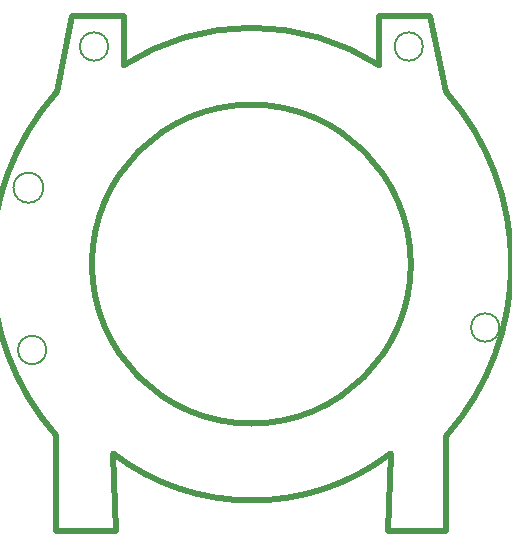
<source format=gbr>
%TF.GenerationSoftware,KiCad,Pcbnew,6.0.7-1.fc35*%
%TF.CreationDate,2022-11-04T20:07:34+01:00*%
%TF.ProjectId,Ring,52696e67-2e6b-4696-9361-645f70636258,rev?*%
%TF.SameCoordinates,Original*%
%TF.FileFunction,Profile,NP*%
%FSLAX46Y46*%
G04 Gerber Fmt 4.6, Leading zero omitted, Abs format (unit mm)*
G04 Created by KiCad (PCBNEW 6.0.7-1.fc35) date 2022-11-04 20:07:34*
%MOMM*%
%LPD*%
G01*
G04 APERTURE LIST*
%TA.AperFunction,Profile*%
%ADD10C,0.200000*%
%TD*%
%TA.AperFunction,Profile*%
%ADD11C,0.500000*%
%TD*%
G04 APERTURE END LIST*
D10*
X133529998Y-88631545D02*
G75*
G03*
X133529998Y-88631545I-1270000J0D01*
G01*
D11*
X151180000Y-115110000D02*
G75*
G03*
X162920000Y-111140000I39864J19225755D01*
G01*
X162920000Y-111140000D02*
X162700000Y-117700000D01*
X139660000Y-117700000D02*
X139440000Y-111140000D01*
X167643265Y-109646292D02*
G75*
G03*
X167643267Y-80553709I-16503265J14546292D01*
G01*
X139440000Y-111140000D02*
G75*
G03*
X151180000Y-115110000I11700140J15255770D01*
G01*
X161961066Y-78268344D02*
G75*
G03*
X151140000Y-75090000I-10821066J-16831656D01*
G01*
X164640000Y-95100000D02*
G75*
G03*
X164640000Y-95100000I-13500000J0D01*
G01*
X166290000Y-74090000D02*
X167643267Y-80553709D01*
D10*
X133780000Y-102370000D02*
G75*
G03*
X133780000Y-102370000I-1200000J0D01*
G01*
D11*
X167643266Y-109646293D02*
X167600000Y-117700000D01*
X140320000Y-74090000D02*
X140320000Y-78270000D01*
X140320000Y-74090000D02*
X135990000Y-74090000D01*
D10*
X172130000Y-100470000D02*
G75*
G03*
X172130000Y-100470000I-1200000J0D01*
G01*
D11*
X161960000Y-74090000D02*
X161960000Y-78270000D01*
X139660000Y-117700000D02*
X134600000Y-117700000D01*
X162700000Y-117700000D02*
X167600000Y-117700000D01*
X151140000Y-75090000D02*
G75*
G03*
X140318935Y-78268344I0J-20010000D01*
G01*
X134636734Y-109646293D02*
X134600000Y-117700000D01*
X135990000Y-74090000D02*
X134640001Y-80550001D01*
D10*
X139020000Y-76680000D02*
G75*
G03*
X139020000Y-76680000I-1200000J0D01*
G01*
D11*
X134640001Y-80550001D02*
G75*
G03*
X134636734Y-109646293I16499999J-14549999D01*
G01*
D10*
X165660000Y-76680000D02*
G75*
G03*
X165660000Y-76680000I-1200000J0D01*
G01*
D11*
X161960000Y-74090000D02*
X166290000Y-74090000D01*
M02*

</source>
